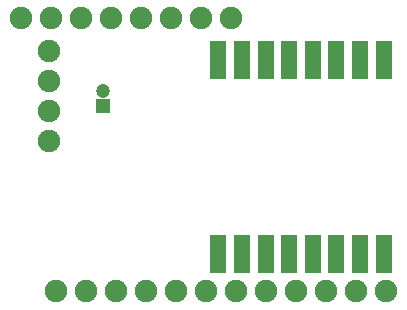
<source format=gbr>
G04 DipTrace 3.3.1.3*
G04 BottomMask.gbr*
%MOMM*%
G04 #@! TF.FileFunction,Soldermask,Bot*
G04 #@! TF.Part,Single*
%ADD34C,1.2*%
%ADD36R,1.2X1.2*%
%ADD40C,1.9*%
%ADD42R,1.4X3.2*%
%FSLAX35Y35*%
G04*
G71*
G90*
G75*
G01*
G04 BotMask*
%LPD*%
D42*
X2436713Y2103157D3*
X2636713D3*
X2836713D3*
X3036713D3*
X3236713D3*
X3436713D3*
X3636713D3*
X3836713D3*
X2436713Y463157D3*
X2636713D3*
X2836713D3*
X3036713D3*
X3236713D3*
X3436713D3*
X3636713D3*
X3836713D3*
D40*
X2289097Y2458967D3*
X1065603Y144460D3*
X1319603D3*
X1573603D3*
X1827603D3*
X2081603D3*
X2335603D3*
X2589603D3*
X2843603D3*
X3097603D3*
X3351603D3*
X3605603D3*
X3859603D3*
X2035097Y2458967D3*
X1781097D3*
X1527097D3*
X1273097D3*
X1019097D3*
X765097D3*
X1005893Y1415100D3*
X1005870Y1669100D3*
Y1923100D3*
Y2177100D3*
D36*
X1460553Y1715337D3*
D34*
Y1842337D3*
D40*
X2543413Y2459000D3*
M02*

</source>
